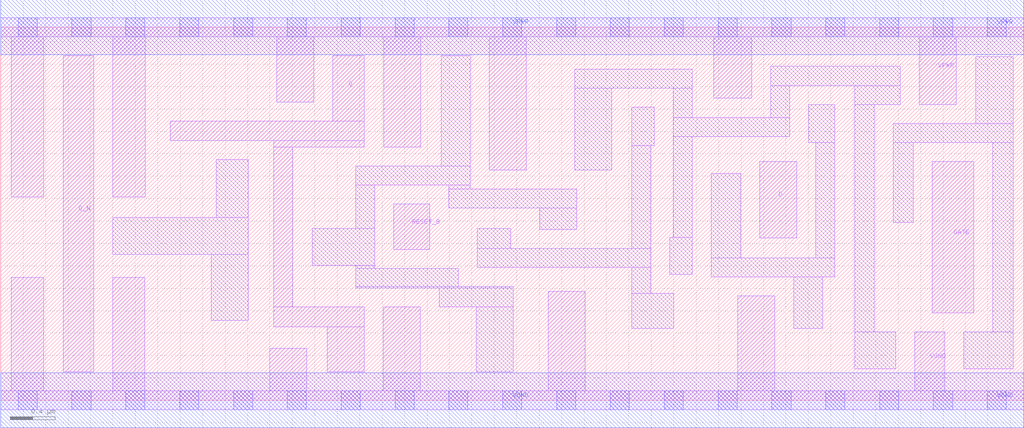
<source format=lef>
# Copyright 2020 The SkyWater PDK Authors
#
# Licensed under the Apache License, Version 2.0 (the "License");
# you may not use this file except in compliance with the License.
# You may obtain a copy of the License at
#
#     https://www.apache.org/licenses/LICENSE-2.0
#
# Unless required by applicable law or agreed to in writing, software
# distributed under the License is distributed on an "AS IS" BASIS,
# WITHOUT WARRANTIES OR CONDITIONS OF ANY KIND, either express or implied.
# See the License for the specific language governing permissions and
# limitations under the License.
#
# SPDX-License-Identifier: Apache-2.0

VERSION 5.7 ;
  NAMESCASESENSITIVE ON ;
  NOWIREEXTENSIONATPIN ON ;
  DIVIDERCHAR "/" ;
  BUSBITCHARS "[]" ;
UNITS
  DATABASE MICRONS 200 ;
END UNITS
MACRO sky130_fd_sc_lp__dlrbp_2
  CLASS CORE ;
  SOURCE USER ;
  FOREIGN sky130_fd_sc_lp__dlrbp_2 ;
  ORIGIN  0.000000  0.000000 ;
  SIZE  9.120000 BY  3.330000 ;
  SYMMETRY X Y R90 ;
  SITE unit ;
  PIN D
    ANTENNAGATEAREA  0.159000 ;
    DIRECTION INPUT ;
    USE SIGNAL ;
    PORT
      LAYER li1 ;
        RECT 6.765000 1.450000 7.095000 2.130000 ;
    END
  END D
  PIN Q
    ANTENNADIFFAREA  0.588000 ;
    DIRECTION OUTPUT ;
    USE SIGNAL ;
    PORT
      LAYER li1 ;
        RECT 1.510000 2.320000 3.240000 2.490000 ;
        RECT 2.435000 0.655000 3.240000 0.835000 ;
        RECT 2.435000 0.835000 2.605000 2.260000 ;
        RECT 2.435000 2.260000 3.240000 2.320000 ;
        RECT 2.910000 0.255000 3.240000 0.655000 ;
        RECT 2.960000 2.490000 3.240000 3.075000 ;
    END
  END Q
  PIN Q_N
    ANTENNADIFFAREA  0.594300 ;
    DIRECTION OUTPUT ;
    USE SIGNAL ;
    PORT
      LAYER li1 ;
        RECT 0.555000 0.255000 0.830000 3.075000 ;
    END
  END Q_N
  PIN RESET_B
    ANTENNAGATEAREA  0.315000 ;
    DIRECTION INPUT ;
    USE SIGNAL ;
    PORT
      LAYER li1 ;
        RECT 3.505000 1.345000 3.825000 1.750000 ;
    END
  END RESET_B
  PIN GATE
    ANTENNAGATEAREA  0.159000 ;
    DIRECTION INPUT ;
    USE CLOCK ;
    PORT
      LAYER li1 ;
        RECT 8.305000 0.780000 8.675000 2.130000 ;
    END
  END GATE
  PIN VGND
    DIRECTION INOUT ;
    USE GROUND ;
    PORT
      LAYER li1 ;
        RECT 0.000000 -0.085000 9.120000 0.085000 ;
        RECT 0.095000  0.085000 0.385000 1.095000 ;
        RECT 1.000000  0.085000 1.285000 1.095000 ;
        RECT 2.400000  0.085000 2.730000 0.465000 ;
        RECT 3.410000  0.085000 3.740000 0.835000 ;
        RECT 4.880000  0.085000 5.210000 0.970000 ;
        RECT 6.570000  0.085000 6.900000 0.930000 ;
        RECT 8.150000  0.085000 8.415000 0.610000 ;
      LAYER mcon ;
        RECT 0.155000 -0.085000 0.325000 0.085000 ;
        RECT 0.635000 -0.085000 0.805000 0.085000 ;
        RECT 1.115000 -0.085000 1.285000 0.085000 ;
        RECT 1.595000 -0.085000 1.765000 0.085000 ;
        RECT 2.075000 -0.085000 2.245000 0.085000 ;
        RECT 2.555000 -0.085000 2.725000 0.085000 ;
        RECT 3.035000 -0.085000 3.205000 0.085000 ;
        RECT 3.515000 -0.085000 3.685000 0.085000 ;
        RECT 3.995000 -0.085000 4.165000 0.085000 ;
        RECT 4.475000 -0.085000 4.645000 0.085000 ;
        RECT 4.955000 -0.085000 5.125000 0.085000 ;
        RECT 5.435000 -0.085000 5.605000 0.085000 ;
        RECT 5.915000 -0.085000 6.085000 0.085000 ;
        RECT 6.395000 -0.085000 6.565000 0.085000 ;
        RECT 6.875000 -0.085000 7.045000 0.085000 ;
        RECT 7.355000 -0.085000 7.525000 0.085000 ;
        RECT 7.835000 -0.085000 8.005000 0.085000 ;
        RECT 8.315000 -0.085000 8.485000 0.085000 ;
        RECT 8.795000 -0.085000 8.965000 0.085000 ;
      LAYER met1 ;
        RECT 0.000000 -0.245000 9.120000 0.245000 ;
    END
  END VGND
  PIN VPWR
    DIRECTION INOUT ;
    USE POWER ;
    PORT
      LAYER li1 ;
        RECT 0.000000 3.245000 9.120000 3.415000 ;
        RECT 0.095000 1.815000 0.385000 3.245000 ;
        RECT 1.000000 1.815000 1.290000 3.245000 ;
        RECT 2.460000 2.660000 2.790000 3.245000 ;
        RECT 3.415000 2.260000 3.745000 3.245000 ;
        RECT 4.355000 2.055000 4.685000 3.245000 ;
        RECT 6.355000 2.695000 6.695000 3.245000 ;
        RECT 8.190000 2.640000 8.520000 3.245000 ;
      LAYER mcon ;
        RECT 0.155000 3.245000 0.325000 3.415000 ;
        RECT 0.635000 3.245000 0.805000 3.415000 ;
        RECT 1.115000 3.245000 1.285000 3.415000 ;
        RECT 1.595000 3.245000 1.765000 3.415000 ;
        RECT 2.075000 3.245000 2.245000 3.415000 ;
        RECT 2.555000 3.245000 2.725000 3.415000 ;
        RECT 3.035000 3.245000 3.205000 3.415000 ;
        RECT 3.515000 3.245000 3.685000 3.415000 ;
        RECT 3.995000 3.245000 4.165000 3.415000 ;
        RECT 4.475000 3.245000 4.645000 3.415000 ;
        RECT 4.955000 3.245000 5.125000 3.415000 ;
        RECT 5.435000 3.245000 5.605000 3.415000 ;
        RECT 5.915000 3.245000 6.085000 3.415000 ;
        RECT 6.395000 3.245000 6.565000 3.415000 ;
        RECT 6.875000 3.245000 7.045000 3.415000 ;
        RECT 7.355000 3.245000 7.525000 3.415000 ;
        RECT 7.835000 3.245000 8.005000 3.415000 ;
        RECT 8.315000 3.245000 8.485000 3.415000 ;
        RECT 8.795000 3.245000 8.965000 3.415000 ;
      LAYER met1 ;
        RECT 0.000000 3.085000 9.120000 3.575000 ;
    END
  END VPWR
  OBS
    LAYER li1 ;
      RECT 1.000000 1.300000 2.205000 1.630000 ;
      RECT 1.875000 0.715000 2.205000 1.300000 ;
      RECT 1.920000 1.630000 2.205000 2.150000 ;
      RECT 2.775000 1.205000 3.335000 1.535000 ;
      RECT 3.165000 1.005000 4.570000 1.015000 ;
      RECT 3.165000 1.015000 4.080000 1.175000 ;
      RECT 3.165000 1.175000 3.335000 1.205000 ;
      RECT 3.165000 1.535000 3.335000 1.920000 ;
      RECT 3.165000 1.920000 4.185000 2.090000 ;
      RECT 3.910000 0.835000 4.570000 1.005000 ;
      RECT 3.925000 2.090000 4.185000 3.075000 ;
      RECT 3.995000 1.715000 5.135000 1.885000 ;
      RECT 3.995000 1.885000 4.185000 1.920000 ;
      RECT 4.240000 0.255000 4.570000 0.835000 ;
      RECT 4.250000 1.185000 5.795000 1.355000 ;
      RECT 4.250000 1.355000 4.545000 1.535000 ;
      RECT 4.805000 1.525000 5.135000 1.715000 ;
      RECT 5.115000 2.055000 5.445000 2.785000 ;
      RECT 5.115000 2.785000 6.165000 2.955000 ;
      RECT 5.625000 0.640000 6.000000 0.955000 ;
      RECT 5.625000 0.955000 5.795000 1.185000 ;
      RECT 5.625000 1.355000 5.795000 2.275000 ;
      RECT 5.625000 2.275000 5.825000 2.615000 ;
      RECT 5.965000 1.125000 6.165000 1.455000 ;
      RECT 5.995000 1.455000 6.165000 2.355000 ;
      RECT 5.995000 2.355000 7.035000 2.525000 ;
      RECT 5.995000 2.525000 6.165000 2.785000 ;
      RECT 6.335000 1.100000 7.435000 1.270000 ;
      RECT 6.335000 1.270000 6.595000 2.025000 ;
      RECT 6.865000 2.525000 7.035000 2.810000 ;
      RECT 6.865000 2.810000 8.020000 2.980000 ;
      RECT 7.070000 0.640000 7.330000 1.100000 ;
      RECT 7.205000 2.300000 7.435000 2.640000 ;
      RECT 7.265000 1.270000 7.435000 2.300000 ;
      RECT 7.615000 0.280000 7.980000 0.610000 ;
      RECT 7.615000 0.610000 7.785000 2.640000 ;
      RECT 7.615000 2.640000 8.020000 2.810000 ;
      RECT 7.955000 1.585000 8.135000 2.300000 ;
      RECT 7.955000 2.300000 9.025000 2.470000 ;
      RECT 8.585000 0.280000 9.025000 0.610000 ;
      RECT 8.690000 2.470000 9.025000 3.065000 ;
      RECT 8.845000 0.610000 9.025000 2.300000 ;
  END
END sky130_fd_sc_lp__dlrbp_2

</source>
